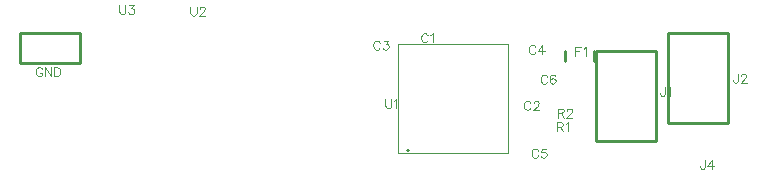
<source format=gbr>
G04 DipTrace 3.0.0.2*
G04 TopSilk.gbr*
%MOIN*%
G04 #@! TF.FileFunction,Legend,Top*
G04 #@! TF.Part,Single*
%ADD10C,0.009843*%
%ADD14C,0.007874*%
%ADD26C,0.001969*%
%ADD86C,0.004632*%
%FSLAX26Y26*%
G04*
G70*
G90*
G75*
G01*
G04 TopSilk*
%LPD*%
X2507614Y780586D2*
D26*
Y1144759D1*
X2871788D1*
Y780586D1*
X2507614D1*
X2536166Y790418D2*
D14*
G02X2536166Y790418I3933J0D01*
G01*
X3160918Y1088944D2*
D10*
Y1120429D1*
X3062484Y1088944D2*
Y1120429D1*
X3407701Y1074372D2*
Y882672D1*
Y1182672D2*
Y882672D1*
X3607701Y1182672D2*
Y882672D1*
X3407701Y1182672D2*
X3607701D1*
X3407701Y882672D2*
X3607701D1*
X3167701Y1014372D2*
Y822672D1*
Y1122672D2*
Y822672D1*
X3367701Y1122672D2*
Y822672D1*
X3167701Y1122672D2*
X3367701D1*
X3167701Y822672D2*
X3367701D1*
X1445701Y1082701D2*
Y1182701D1*
X1245701Y1082701D2*
X1445701D1*
X1245701D2*
Y1182701D1*
X1445701D1*
X3528488Y757635D2*
D86*
Y734687D1*
X3527062Y730376D1*
X3525603Y728950D1*
X3522751Y727491D1*
X3519866D1*
X3517014Y728950D1*
X3515588Y730376D1*
X3514129Y734687D1*
Y737539D1*
X3552110Y727491D2*
Y757602D1*
X3537751Y737539D1*
X3559273D1*
X2464423Y961693D2*
Y940171D1*
X2465849Y935860D1*
X2468734Y933008D1*
X2473045Y931549D1*
X2475897D1*
X2480208Y933008D1*
X2483093Y935860D1*
X2484519Y940171D1*
Y961693D1*
X2493783Y955922D2*
X2496668Y957382D1*
X2500979Y961659D1*
Y931549D1*
X2605697Y1173128D2*
X2604271Y1175980D1*
X2601386Y1178865D1*
X2598534Y1180291D1*
X2592797D1*
X2589912Y1178865D1*
X2587060Y1175980D1*
X2585601Y1173128D1*
X2584175Y1168817D1*
Y1161621D1*
X2585601Y1157343D1*
X2587060Y1154458D1*
X2589912Y1151606D1*
X2592797Y1150147D1*
X2598534D1*
X2601386Y1151606D1*
X2604271Y1154458D1*
X2605697Y1157343D1*
X2614960Y1174521D2*
X2617845Y1175980D1*
X2622156Y1180258D1*
Y1150147D1*
X2948318Y948128D2*
X2946892Y950980D1*
X2944007Y953865D1*
X2941155Y955291D1*
X2935418D1*
X2932533Y953865D1*
X2929681Y950980D1*
X2928222Y948128D1*
X2926796Y943817D1*
Y936621D1*
X2928222Y932343D1*
X2929681Y929458D1*
X2932533Y926606D1*
X2935418Y925147D1*
X2941155D1*
X2944007Y926606D1*
X2946892Y929458D1*
X2948318Y932343D1*
X2959040Y948095D2*
Y949521D1*
X2960466Y952406D1*
X2961892Y953832D1*
X2964777Y955258D1*
X2970514D1*
X2973366Y953832D1*
X2974792Y952406D1*
X2976251Y949521D1*
Y946669D1*
X2974792Y943784D1*
X2971940Y939506D1*
X2957581Y925147D1*
X2977677D1*
X3035959Y868932D2*
X3048859D1*
X3053170Y870391D1*
X3054629Y871817D1*
X3056055Y874669D1*
Y877554D1*
X3054629Y880406D1*
X3053170Y881865D1*
X3048859Y883291D1*
X3035959D1*
Y853147D1*
X3046007Y868932D2*
X3056055Y853147D1*
X3065318Y877521D2*
X3068203Y878980D1*
X3072514Y883258D1*
Y853147D1*
X3038509Y914932D2*
X3051409D1*
X3055720Y916391D1*
X3057179Y917817D1*
X3058605Y920669D1*
Y923554D1*
X3057179Y926406D1*
X3055720Y927865D1*
X3051409Y929291D1*
X3038509D1*
Y899147D1*
X3048557Y914932D2*
X3058605Y899147D1*
X3069327Y922095D2*
Y923521D1*
X3070753Y926406D1*
X3072179Y927832D1*
X3075064Y929258D1*
X3080801D1*
X3083653Y927832D1*
X3085079Y926406D1*
X3086538Y923521D1*
Y920669D1*
X3085079Y917784D1*
X3082227Y913506D1*
X3067868Y899147D1*
X3087964D1*
X2446247Y1149128D2*
X2444821Y1151980D1*
X2441936Y1154865D1*
X2439084Y1156291D1*
X2433347D1*
X2430462Y1154865D1*
X2427610Y1151980D1*
X2426151Y1149128D1*
X2424725Y1144817D1*
Y1137621D1*
X2426151Y1133343D1*
X2427610Y1130458D1*
X2430462Y1127606D1*
X2433347Y1126147D1*
X2439084D1*
X2441936Y1127606D1*
X2444821Y1130458D1*
X2446247Y1133343D1*
X2458395Y1156258D2*
X2474147D1*
X2465558Y1144784D1*
X2469869D1*
X2472721Y1143358D1*
X2474147Y1141932D1*
X2475606Y1137621D1*
Y1134769D1*
X2474147Y1130458D1*
X2471295Y1127573D1*
X2466984Y1126147D1*
X2462673D1*
X2458395Y1127573D1*
X2456969Y1129032D1*
X2455510Y1131884D1*
X2964534Y1134128D2*
X2963108Y1136980D1*
X2960223Y1139865D1*
X2957371Y1141291D1*
X2951634D1*
X2948749Y1139865D1*
X2945897Y1136980D1*
X2944438Y1134128D1*
X2943012Y1129817D1*
Y1122621D1*
X2944438Y1118343D1*
X2945897Y1115458D1*
X2948749Y1112606D1*
X2951634Y1111147D1*
X2957371D1*
X2960223Y1112606D1*
X2963108Y1115458D1*
X2964534Y1118343D1*
X2988156Y1111147D2*
Y1141258D1*
X2973797Y1121195D1*
X2995319D1*
X3003976Y1035128D2*
X3002550Y1037980D1*
X2999665Y1040865D1*
X2996813Y1042291D1*
X2991076D1*
X2988191Y1040865D1*
X2985339Y1037980D1*
X2983880Y1035128D1*
X2982454Y1030817D1*
Y1023621D1*
X2983880Y1019343D1*
X2985339Y1016458D1*
X2988191Y1013606D1*
X2991076Y1012147D1*
X2996813D1*
X2999665Y1013606D1*
X3002550Y1016458D1*
X3003976Y1019343D1*
X3030451Y1037980D2*
X3029025Y1040832D1*
X3024714Y1042258D1*
X3021862D1*
X3017551Y1040832D1*
X3014666Y1036521D1*
X3013240Y1029358D1*
Y1022195D1*
X3014666Y1016458D1*
X3017551Y1013573D1*
X3021862Y1012147D1*
X3023288D1*
X3027566Y1013573D1*
X3030451Y1016458D1*
X3031877Y1020769D1*
Y1022195D1*
X3030451Y1026506D1*
X3027566Y1029358D1*
X3023288Y1030784D1*
X3021862D1*
X3017551Y1029358D1*
X3014666Y1026506D1*
X3013240Y1022195D1*
X3115806Y1134354D2*
X3097136D1*
Y1104210D1*
Y1119995D2*
X3108610D1*
X3125070Y1128584D2*
X3127955Y1130043D1*
X3132266Y1134321D1*
Y1104210D1*
X3639201Y1045606D2*
Y1022658D1*
X3637775Y1018347D1*
X3636316Y1016921D1*
X3633464Y1015462D1*
X3630579D1*
X3627727Y1016921D1*
X3626301Y1018347D1*
X3624842Y1022658D1*
Y1025510D1*
X3649923Y1038410D2*
Y1039836D1*
X3651349Y1042721D1*
X3652775Y1044147D1*
X3655660Y1045573D1*
X3661397D1*
X3664249Y1044147D1*
X3665675Y1042721D1*
X3667134Y1039836D1*
Y1036984D1*
X3665675Y1034099D1*
X3662823Y1029821D1*
X3648464Y1015462D1*
X3668560D1*
X3395651Y1000606D2*
Y977658D1*
X3394225Y973347D1*
X3392766Y971921D1*
X3389914Y970462D1*
X3387029D1*
X3384177Y971921D1*
X3382751Y973347D1*
X3381292Y977658D1*
Y980510D1*
X3404914Y994836D2*
X3407799Y996295D1*
X3412110Y1000573D1*
Y970462D1*
X1321102Y1060472D2*
X1319676Y1063324D1*
X1316791Y1066209D1*
X1313939Y1067635D1*
X1308203D1*
X1305317Y1066209D1*
X1302466Y1063324D1*
X1301006Y1060472D1*
X1299580Y1056161D1*
Y1048965D1*
X1301006Y1044687D1*
X1302466Y1041802D1*
X1305317Y1038950D1*
X1308203Y1037491D1*
X1313939D1*
X1316791Y1038950D1*
X1319676Y1041802D1*
X1321102Y1044687D1*
Y1048965D1*
X1313939D1*
X1350462Y1067635D2*
Y1037491D1*
X1330366Y1067635D1*
Y1037491D1*
X1359726Y1067635D2*
Y1037491D1*
X1369774D1*
X1374085Y1038950D1*
X1376970Y1041802D1*
X1378396Y1044687D1*
X1379822Y1048965D1*
Y1056161D1*
X1378396Y1060472D1*
X1376970Y1063324D1*
X1374085Y1066209D1*
X1369774Y1067635D1*
X1359726D1*
X2973247Y789128D2*
X2971821Y791980D1*
X2968936Y794865D1*
X2966084Y796291D1*
X2960347D1*
X2957462Y794865D1*
X2954610Y791980D1*
X2953151Y789128D1*
X2951725Y784817D1*
Y777621D1*
X2953151Y773343D1*
X2954610Y770458D1*
X2957462Y767606D1*
X2960347Y766147D1*
X2966084D1*
X2968936Y767606D1*
X2971821Y770458D1*
X2973247Y773343D1*
X2999721Y796258D2*
X2985395D1*
X2983969Y783358D1*
X2985395Y784784D1*
X2989706Y786243D1*
X2993984D1*
X2998295Y784784D1*
X3001180Y781932D1*
X3002606Y777621D1*
Y774769D1*
X3001180Y770458D1*
X2998295Y767573D1*
X2993984Y766147D1*
X2989706D1*
X2985395Y767573D1*
X2983969Y769032D1*
X2982510Y771884D1*
X1814973Y1269635D2*
Y1248113D1*
X1816399Y1243802D1*
X1819284Y1240950D1*
X1823595Y1239491D1*
X1826447D1*
X1830758Y1240950D1*
X1833643Y1243802D1*
X1835069Y1248113D1*
Y1269635D1*
X1845792Y1262439D2*
Y1263865D1*
X1847218Y1266750D1*
X1848644Y1268176D1*
X1851529Y1269602D1*
X1857266D1*
X1860118Y1268176D1*
X1861544Y1266750D1*
X1863003Y1263865D1*
Y1261013D1*
X1861544Y1258128D1*
X1858692Y1253850D1*
X1844333Y1239491D1*
X1864429D1*
X1577657Y1274687D2*
Y1253165D1*
X1579083Y1248854D1*
X1581968Y1246002D1*
X1586279Y1244543D1*
X1589131D1*
X1593442Y1246002D1*
X1596327Y1248854D1*
X1597753Y1253165D1*
Y1274687D1*
X1609902Y1274654D2*
X1625653D1*
X1617065Y1263180D1*
X1621376D1*
X1624227Y1261754D1*
X1625653Y1260328D1*
X1627113Y1256017D1*
Y1253165D1*
X1625653Y1248854D1*
X1622801Y1245969D1*
X1618490Y1244543D1*
X1614179D1*
X1609902Y1245969D1*
X1608476Y1247428D1*
X1607017Y1250280D1*
M02*

</source>
